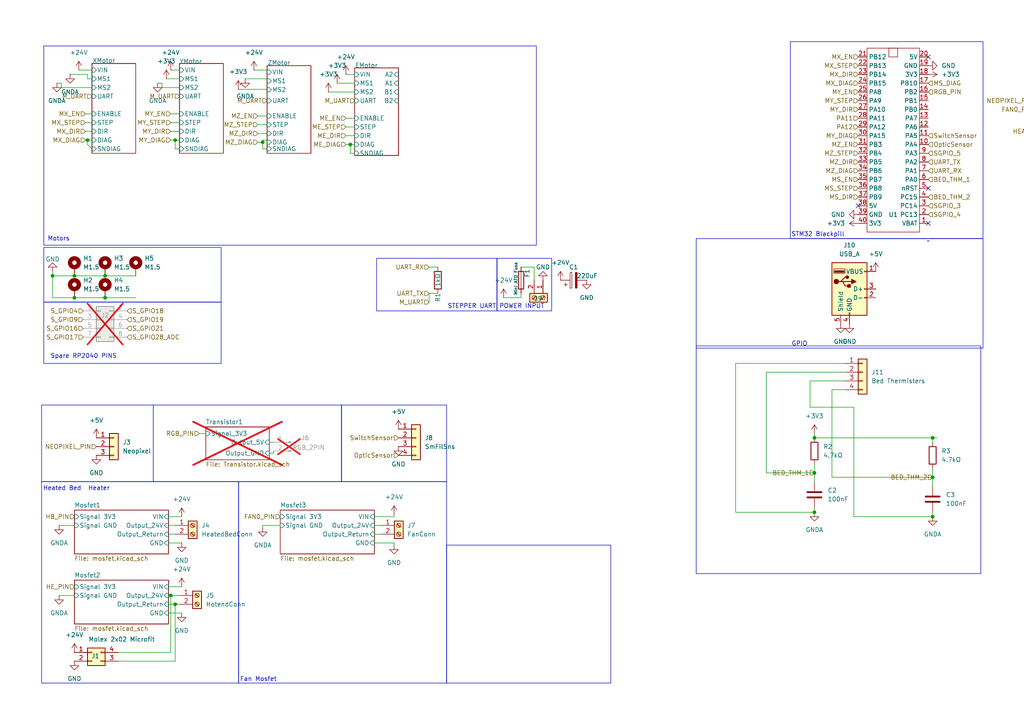
<source format=kicad_sch>
(kicad_sch (version 20250114) (generator "eeschema") (generator_version "9.0")
  (paper "A4")
  (lib_symbols
    (symbol "+3V3_3" (power) (pin_numbers (hide yes)) (pin_names (offset 0) (hide yes))
      (property "Value" "+3V3" (at 0 3.556 0))
      (symbol "+3V3_3_0_1"
        (polyline (pts (xy -0.762 1.27) (xy 0 2.54)))
        (polyline (pts (xy 0 2.54) (xy 0.762 1.27)))
        (polyline (pts (xy 0 0) (xy 0 2.54)))
      )
      (symbol "+3V3_3_1_1"
        (pin power_in line (at 0 0 90) (length 0) (name "~") (number "1"))
      )
    )
    (symbol "Connector:Conn_01x02_Pin" (pin_names (offset 1.016) (hide yes))
      (property "Reference" "J" (at 0 2.54 0))
      (property "Value" "Conn_01x02_Pin" (at 0 -5.08 0))
      (symbol "Conn_01x02_Pin_1_1"
        (rectangle (start 0.8636 0.127) (end 0 -0.127) (stroke (width 0.1524)) (fill (type outline)))
        (rectangle (start 0.8636 -2.413) (end 0 -2.667) (stroke (width 0.1524)) (fill (type outline)))
        (polyline (pts (xy 1.27 0) (xy 0.8636 0)) (stroke (width 0.1524)))
        (polyline (pts (xy 1.27 -2.54) (xy 0.8636 -2.54)) (stroke (width 0.1524)))
        (pin passive line (at 5.08 0 180) (length 3.81) (name "Pin_1") (number "1"))
        (pin passive line (at 5.08 -2.54 180) (length 3.81) (name "Pin_2") (number "2"))
      )
    )
    (symbol "Connector:Screw_Terminal_01x02" (pin_names (offset 1.016) (hide yes))
      (property "Reference" "J" (at 0 2.54 0))
      (property "Value" "Screw_Terminal_01x02" (at 0 -5.08 0))
      (symbol "Screw_Terminal_01x02_1_1"
        (rectangle (start -1.27 1.27) (end 1.27 -3.81) (stroke (width 0.254)) (fill (type background)))
        (polyline (pts (xy -0.5334 0.3302) (xy 0.3302 -0.508)) (stroke (width 0.1524)))
        (polyline (pts (xy -0.5334 -2.2098) (xy 0.3302 -3.048)) (stroke (width 0.1524)))
        (polyline (pts (xy -0.3556 0.508) (xy 0.508 -0.3302)) (stroke (width 0.1524)))
        (polyline (pts (xy -0.3556 -2.032) (xy 0.508 -2.8702)) (stroke (width 0.1524)))
        (circle (center 0 0) (radius 0.635) (stroke (width 0.1524)))
        (circle (center 0 -2.54) (radius 0.635) (stroke (width 0.1524)))
        (pin passive line (at -5.08 0 0) (length 3.81) (name "Pin_1") (number "1"))
        (pin passive line (at -5.08 -2.54 0) (length 3.81) (name "Pin_2") (number "2"))
      )
    )
    (symbol "Connector:USB_A" (pin_names (offset 1.016))
      (property "Reference" "J" (at -5.08 11.43 0))
      (property "Value" "USB_A" (at -5.08 8.89 0))
      (symbol "USB_A_0_1"
        (rectangle (start -5.08 -7.62) (end 5.08 7.62) (stroke (width 0.254)) (fill (type background)))
        (circle (center -3.81 2.159) (radius 0.635) (stroke (width 0.254)) (fill (type outline)))
        (polyline (pts (xy -3.175 2.159) (xy -2.54 2.159) (xy -1.27 3.429) (xy -0.635 3.429)) (stroke (width 0.254)))
        (polyline (pts (xy -2.54 2.159) (xy -1.905 2.159) (xy -1.27 0.889) (xy 0 0.889)) (stroke (width 0.254)))
        (rectangle (start -1.524 4.826) (end -4.318 5.334) (fill (type outline)))
        (rectangle (start -1.27 4.572) (end -4.572 5.842))
        (circle (center -0.635 3.429) (radius 0.381) (stroke (width 0.254)) (fill (type outline)))
        (rectangle (start -0.127 -7.62) (end 0.127 -6.858))
        (rectangle (start 0.254 1.27) (end -0.508 0.508) (stroke (width 0.254)) (fill (type outline)))
        (polyline (pts (xy 0.635 2.794) (xy 0.635 1.524) (xy 1.905 2.159) (xy 0.635 2.794)) (stroke (width 0.254)) (fill (type outline)))
        (rectangle (start 5.08 4.953) (end 4.318 5.207))
        (rectangle (start 5.08 -0.127) (end 4.318 0.127))
        (rectangle (start 5.08 -2.667) (end 4.318 -2.413))
      )
      (symbol "USB_A_1_1"
        (polyline (pts (xy -1.905 2.159) (xy 0.635 2.159)) (stroke (width 0.254)))
        (pin passive line (at -2.54 -10.16 90) (length 2.54) (name "Shield") (number "5"))
        (pin power_in line (at 0 -10.16 90) (length 2.54) (name "GND") (number "4"))
        (pin power_in line (at 7.62 5.08 180) (length 2.54) (name "VBUS") (number "1"))
        (pin bidirectional line (at 7.62 0 180) (length 2.54) (name "D+") (number "3"))
        (pin bidirectional line (at 7.62 -2.54 180) (length 2.54) (name "D-") (number "2"))
      )
    )
    (symbol "Connector_Generic:Conn_01x03" (pin_names (offset 1.016) (hide yes))
      (property "Reference" "J" (at 0 5.08 0))
      (property "Value" "Conn_01x03" (at 0 -5.08 0))
      (symbol "Conn_01x03_1_1"
        (rectangle (start -1.27 3.81) (end 1.27 -3.81) (stroke (width 0.254)) (fill (type background)))
        (rectangle (start -1.27 2.667) (end 0 2.413) (stroke (width 0.1524)))
        (rectangle (start -1.27 0.127) (end 0 -0.127) (stroke (width 0.1524)))
        (rectangle (start -1.27 -2.413) (end 0 -2.667) (stroke (width 0.1524)))
        (pin passive line (at -5.08 2.54 0) (length 3.81) (name "Pin_1") (number "1"))
        (pin passive line (at -5.08 0 0) (length 3.81) (name "Pin_2") (number "2"))
        (pin passive line (at -5.08 -2.54 0) (length 3.81) (name "Pin_3") (number "3"))
      )
    )
    (symbol "Connector_Generic:Conn_01x04" (pin_names (offset 1.016) (hide yes))
      (property "Reference" "J" (at 0 5.08 0))
      (property "Value" "Conn_01x04" (at 0 -7.62 0))
      (symbol "Conn_01x04_1_1"
        (rectangle (start -1.27 3.81) (end 1.27 -6.35) (stroke (width 0.254)) (fill (type background)))
        (rectangle (start -1.27 2.667) (end 0 2.413) (stroke (width 0.1524)))
        (rectangle (start -1.27 0.127) (end 0 -0.127) (stroke (width 0.1524)))
        (rectangle (start -1.27 -2.413) (end 0 -2.667) (stroke (width 0.1524)))
        (rectangle (start -1.27 -4.953) (end 0 -5.207) (stroke (width 0.1524)))
        (pin passive line (at -5.08 2.54 0) (length 3.81) (name "Pin_1") (number "1"))
        (pin passive line (at -5.08 0 0) (length 3.81) (name "Pin_2") (number "2"))
        (pin passive line (at -5.08 -2.54 0) (length 3.81) (name "Pin_3") (number "3"))
        (pin passive line (at -5.08 -5.08 0) (length 3.81) (name "Pin_4") (number "4"))
      )
    )
    (symbol "Connector_Generic:Conn_02x02_Counter_Clockwise" (pin_names (offset 1.016) (hide yes))
      (property "Reference" "J" (at 1.27 2.54 0))
      (property "Value" "Conn_02x02_Counter_Clockwise" (at 1.27 -5.08 0))
      (symbol "Conn_02x02_Counter_Clockwise_1_1"
        (rectangle (start -1.27 1.27) (end 3.81 -3.81) (stroke (width 0.254)) (fill (type background)))
        (rectangle (start -1.27 0.127) (end 0 -0.127) (stroke (width 0.1524)))
        (rectangle (start -1.27 -2.413) (end 0 -2.667) (stroke (width 0.1524)))
        (rectangle (start 3.81 0.127) (end 2.54 -0.127) (stroke (width 0.1524)))
        (rectangle (start 3.81 -2.413) (end 2.54 -2.667) (stroke (width 0.1524)))
        (pin passive line (at -5.08 0 0) (length 3.81) (name "Pin_1") (number "1"))
        (pin passive line (at -5.08 -2.54 0) (length 3.81) (name "Pin_2") (number "2"))
        (pin passive line (at 7.62 0 180) (length 3.81) (name "Pin_4") (number "4"))
        (pin passive line (at 7.62 -2.54 180) (length 3.81) (name "Pin_3") (number "3"))
      )
    )
    (symbol "Connector_Generic:Conn_02x04_Odd_Even" (pin_names (offset 1.016) (hide yes))
      (property "Reference" "J" (at 1.27 5.08 0))
      (property "Value" "Conn_02x04_Odd_Even" (at 1.27 -7.62 0))
      (symbol "Conn_02x04_Odd_Even_1_1"
        (rectangle (start -1.27 3.81) (end 3.81 -6.35) (stroke (width 0.254)) (fill (type background)))
        (rectangle (start -1.27 2.667) (end 0 2.413) (stroke (width 0.1524)))
        (rectangle (start -1.27 0.127) (end 0 -0.127) (stroke (width 0.1524)))
        (rectangle (start -1.27 -2.413) (end 0 -2.667) (stroke (width 0.1524)))
        (rectangle (start -1.27 -4.953) (end 0 -5.207) (stroke (width 0.1524)))
        (rectangle (start 3.81 2.667) (end 2.54 2.413) (stroke (width 0.1524)))
        (rectangle (start 3.81 0.127) (end 2.54 -0.127) (stroke (width 0.1524)))
        (rectangle (start 3.81 -2.413) (end 2.54 -2.667) (stroke (width 0.1524)))
        (rectangle (start 3.81 -4.953) (end 2.54 -5.207) (stroke (width 0.1524)))
        (pin passive line (at -5.08 2.54 0) (length 3.81) (name "Pin_1") (number "1"))
        (pin passive line (at -5.08 0 0) (length 3.81) (name "Pin_3") (number "3"))
        (pin passive line (at -5.08 -2.54 0) (length 3.81) (name "Pin_5") (number "5"))
        (pin passive line (at -5.08 -5.08 0) (length 3.81) (name "Pin_7") (number "7"))
        (pin passive line (at 7.62 2.54 180) (length 3.81) (name "Pin_2") (number "2"))
        (pin passive line (at 7.62 0 180) (length 3.81) (name "Pin_4") (number "4"))
        (pin passive line (at 7.62 -2.54 180) (length 3.81) (name "Pin_6") (number "6"))
        (pin passive line (at 7.62 -5.08 180) (length 3.81) (name "Pin_8") (number "8"))
      )
    )
    (symbol "CustomSymbols:STM32F401_Black_Pill"
      (property "Reference" "U" (at 8.89 -20.32 0))
      (symbol "STM32F401_Black_Pill_0_1"
        (rectangle (start 2.54 -2.54) (end 17.78 -55.88))
      )
      (symbol "STM32F401_Black_Pill_1_1"
        (rectangle (start 8.89 -53.34) (end 11.43 -55.88))
        (pin input line (at 0 -5.08 0) (length 2.54) (name "VBAT") (number "1"))
        (pin input line (at 0 -7.62 0) (length 2.54) (name "PC13") (number "2"))
        (pin input line (at 0 -10.16 0) (length 2.54) (name "PC14") (number "3"))
        (pin input line (at 0 -12.7 0) (length 2.54) (name "PC15") (number "4"))
        (pin input line (at 0 -15.24 0) (length 2.54) (name "nRST") (number "5"))
        (pin input line (at 0 -17.78 0) (length 2.54) (name "PA0") (number "6"))
        (pin input line (at 0 -20.32 0) (length 2.54) (name "PA1") (number "7"))
        (pin input line (at 0 -22.86 0) (length 2.54) (name "PA2") (number "8"))
        (pin input line (at 0 -25.4 0) (length 2.54) (name "PA3") (number "9"))
        (pin input line (at 0 -27.94 0) (length 2.54) (name "PA4") (number "10"))
        (pin input line (at 0 -30.48 0) (length 2.54) (name "PA5") (number "11"))
        (pin input line (at 0 -33.02 0) (length 2.54) (name "PA6") (number "12"))
        (pin input line (at 0 -35.56 0) (length 2.54) (name "PA7") (number "13"))
        (pin input line (at 0 -38.1 0) (length 2.54) (name "PB0") (number "14"))
        (pin input line (at 0 -40.64 0) (length 2.54) (name "PB1") (number "15"))
        (pin input line (at 0 -43.18 0) (length 2.54) (name "PB2") (number "16"))
        (pin input line (at 0 -45.72 0) (length 2.54) (name "PB10") (number "17"))
        (pin input line (at 0 -48.26 0) (length 2.54) (name "3V3") (number "18"))
        (pin input line (at 0 -50.8 0) (length 2.54) (name "GND") (number "19"))
        (pin input line (at 0 -53.34 0) (length 2.54) (name "5V") (number "20"))
        (pin input line (at 20.32 -5.08 180) (length 2.54) (name "3V3") (number "40"))
        (pin input line (at 20.32 -7.62 180) (length 2.54) (name "GND") (number "39"))
        (pin input line (at 20.32 -10.16 180) (length 2.54) (name "5V") (number "38"))
        (pin input line (at 20.32 -12.7 180) (length 2.54) (name "PB9") (number "37"))
        (pin input line (at 20.32 -15.24 180) (length 2.54) (name "PB8") (number "36"))
        (pin input line (at 20.32 -17.78 180) (length 2.54) (name "PB7") (number "35"))
        (pin input line (at 20.32 -20.32 180) (length 2.54) (name "PB6") (number "34"))
        (pin input line (at 20.32 -22.86 180) (length 2.54) (name "PB5") (number "33"))
        (pin input line (at 20.32 -25.4 180) (length 2.54) (name "PB4") (number "32"))
        (pin input line (at 20.32 -27.94 180) (length 2.54) (name "PB3") (number "31"))
        (pin input line (at 20.32 -30.48 180) (length 2.54) (name "PA15") (number "30"))
        (pin input line (at 20.32 -33.02 180) (length 2.54) (name "PA12") (number "29"))
        (pin input line (at 20.32 -35.56 180) (length 2.54) (name "PA11") (number "28"))
        (pin input line (at 20.32 -38.1 180) (length 2.54) (name "PA10") (number "27"))
        (pin input line (at 20.32 -40.64 180) (length 2.54) (name "PA9") (number "26"))
        (pin input line (at 20.32 -43.18 180) (length 2.54) (name "PA8") (number "25"))
        (pin input line (at 20.32 -45.72 180) (length 2.54) (name "PB15") (number "24"))
        (pin input line (at 20.32 -48.26 180) (length 2.54) (name "PB14") (number "23"))
        (pin input line (at 20.32 -50.8 180) (length 2.54) (name "PB13") (number "22"))
        (pin input line (at 20.32 -53.34 180) (length 2.54) (name "PB12") (number "21"))
      )
    )
    (symbol "Device:C" (pin_numbers (hide yes)) (pin_names (offset 0.254))
      (property "Reference" "C" (at 0.635 2.54 0))
      (property "Value" "C" (at 0.635 -2.54 0))
      (symbol "C_0_1"
        (polyline (pts (xy -2.032 0.762) (xy 2.032 0.762)) (stroke (width 0.508)))
        (polyline (pts (xy -2.032 -0.762) (xy 2.032 -0.762)) (stroke (width 0.508)))
      )
      (symbol "C_1_1"
        (pin passive line (at 0 3.81 270) (length 2.794) (name "~") (number "1"))
        (pin passive line (at 0 -3.81 90) (length 2.794) (name "~") (number "2"))
      )
    )
    (symbol "Device:C_Polarized" (pin_numbers (hide yes)) (pin_names (offset 0.254))
      (property "Reference" "C" (at 0.635 2.54 0))
      (property "Value" "C_Polarized" (at 0.635 -2.54 0))
      (symbol "C_Polarized_0_1"
        (rectangle (start -2.286 0.508) (end 2.286 1.016))
        (polyline (pts (xy -1.778 2.286) (xy -0.762 2.286)))
        (polyline (pts (xy -1.27 2.794) (xy -1.27 1.778)))
        (rectangle (start 2.286 -0.508) (end -2.286 -1.016) (fill (type outline)))
      )
      (symbol "C_Polarized_1_1"
        (pin passive line (at 0 3.81 270) (length 2.794) (name "~") (number "1"))
        (pin passive line (at 0 -3.81 90) (length 2.794) (name "~") (number "2"))
      )
    )
    (symbol "Device:Fuse" (pin_numbers (hide yes)) (pin_names (offset 0))
      (property "Reference" "F" (at 2.032 0 90))
      (property "Value" "Fuse" (at -1.905 0 90))
      (symbol "Fuse_0_1"
        (rectangle (start -0.762 -2.54) (end 0.762 2.54) (stroke (width 0.254)))
        (polyline (pts (xy 0 2.54) (xy 0 -2.54)))
      )
      (symbol "Fuse_1_1"
        (pin passive line (at 0 3.81 270) (length 1.27) (name "~") (number "1"))
        (pin passive line (at 0 -3.81 90) (length 1.27) (name "~") (number "2"))
      )
    )
    (symbol "Device:R" (pin_numbers (hide yes)) (pin_names (offset 0))
      (property "Reference" "R" (at 2.032 0 90))
      (property "Value" "R" (at 0 0 90))
      (symbol "R_0_1"
        (rectangle (start -1.016 -2.54) (end 1.016 2.54) (stroke (width 0.254)))
      )
      (symbol "R_1_1"
        (pin passive line (at 0 3.81 270) (length 1.27) (name "~") (number "1"))
        (pin passive line (at 0 -3.81 90) (length 1.27) (name "~") (number "2"))
      )
    )
    (symbol "GND_10" (power) (pin_numbers (hide yes)) (pin_names (offset 0) (hide yes))
      (property "Value" "GND" (at 0 -3.81 0))
      (symbol "GND_10_0_1"
        (polyline (pts (xy 0 0) (xy 0 -1.27) (xy 1.27 -1.27) (xy 0 -2.54) (xy -1.27 -1.27) (xy 0 -1.27)))
      )
      (symbol "GND_10_1_1"
        (pin power_in line (at 0 0 270) (length 0) (name "~") (number "1"))
      )
    )
    (symbol "GND_11" (power) (pin_numbers (hide yes)) (pin_names (offset 0) (hide yes))
      (property "Value" "GND" (at 0 -3.81 0))
      (symbol "GND_11_0_1"
        (polyline (pts (xy 0 0) (xy 0 -1.27) (xy 1.27 -1.27) (xy 0 -2.54) (xy -1.27 -1.27) (xy 0 -1.27)))
      )
      (symbol "GND_11_1_1"
        (pin power_in line (at 0 0 270) (length 0) (name "~") (number "1"))
      )
    )
    (symbol "GND_2" (power) (pin_numbers (hide yes)) (pin_names (offset 0) (hide yes))
      (property "Value" "GND" (at 0 -3.81 0))
      (symbol "GND_2_0_1"
        (polyline (pts (xy 0 0) (xy 0 -1.27) (xy 1.27 -1.27) (xy 0 -2.54) (xy -1.27 -1.27) (xy 0 -1.27)))
      )
      (symbol "GND_2_1_1"
        (pin power_in line (at 0 0 270) (length 0) (name "~") (number "1"))
      )
    )
    (symbol "GND_3" (power) (pin_numbers (hide yes)) (pin_names (offset 0) (hide yes))
      (property "Value" "GND" (at 0 -3.81 0))
      (symbol "GND_3_0_1"
        (polyline (pts (xy 0 0) (xy 0 -1.27) (xy 1.27 -1.27) (xy 0 -2.54) (xy -1.27 -1.27) (xy 0 -1.27)))
      )
      (symbol "GND_3_1_1"
        (pin power_in line (at 0 0 270) (length 0) (name "~") (number "1"))
      )
    )
    (symbol "GND_4" (power) (pin_numbers (hide yes)) (pin_names (offset 0) (hide yes))
      (property "Value" "GND" (at 0 -3.81 0))
      (symbol "GND_4_0_1"
        (polyline (pts (xy 0 0) (xy 0 -1.27) (xy 1.27 -1.27) (xy 0 -2.54) (xy -1.27 -1.27) (xy 0 -1.27)))
      )
      (symbol "GND_4_1_1"
        (pin power_in line (at 0 0 270) (length 0) (name "~") (number "1"))
      )
    )
    (symbol "GND_5" (power) (pin_numbers (hide yes)) (pin_names (offset 0) (hide yes))
      (property "Value" "GND" (at 0 -3.81 0))
      (symbol "GND_5_0_1"
        (polyline (pts (xy 0 0) (xy 0 -1.27) (xy 1.27 -1.27) (xy 0 -2.54) (xy -1.27 -1.27) (xy 0 -1.27)))
      )
      (symbol "GND_5_1_1"
        (pin power_in line (at 0 0 270) (length 0) (name "~") (number "1"))
      )
    )
    (symbol "GND_8" (power) (pin_numbers (hide yes)) (pin_names (offset 0) (hide yes))
      (property "Value" "GND" (at 0 -3.81 0))
      (symbol "GND_8_0_1"
        (polyline (pts (xy 0 0) (xy 0 -1.27) (xy 1.27 -1.27) (xy 0 -2.54) (xy -1.27 -1.27) (xy 0 -1.27)))
      )
      (symbol "GND_8_1_1"
        (pin power_in line (at 0 0 270) (length 0) (name "~") (number "1"))
      )
    )
    (symbol "GND_9" (power) (pin_numbers (hide yes)) (pin_names (offset 0) (hide yes))
      (property "Value" "GND" (at 0 -3.81 0))
      (symbol "GND_9_0_1"
        (polyline (pts (xy 0 0) (xy 0 -1.27) (xy 1.27 -1.27) (xy 0 -2.54) (xy -1.27 -1.27) (xy 0 -1.27)))
      )
      (symbol "GND_9_1_1"
        (pin power_in line (at 0 0 270) (length 0) (name "~") (number "1"))
      )
    )
    (symbol "MountingHole_Pad_1" (pin_numbers (hide yes)) (pin_names (offset 1.016) (hide yes)) (exclude_from_sim yes) (in_bom no)
      (property "Reference" "H" (at 0 6.35 0))
      (property "Value" "MountingHole_Pad" (at 0 4.445 0))
      (symbol "MountingHole_Pad_1_0_1"
        (circle (center 0 1.27) (radius 1.27) (stroke (width 1.27)))
      )
      (symbol "MountingHole_Pad_1_1_1"
        (pin input line (at 0 -2.54 90) (length 2.54) (name "1") (number "1"))
      )
    )
    (symbol "power:+24V" (power) (pin_numbers (hide yes)) (pin_names (offset 0) (hide yes))
      (property "Value" "+24V" (at 0 3.556 0))
      (symbol "+24V_0_1"
        (polyline (pts (xy -0.762 1.27) (xy 0 2.54)))
        (polyline (pts (xy 0 2.54) (xy 0.762 1.27)))
        (polyline (pts (xy 0 0) (xy 0 2.54)))
      )
      (symbol "+24V_1_1"
        (pin power_in line (at 0 0 90) (length 0) (name "~") (number "1"))
      )
    )
    (symbol "power:+3V3" (power) (pin_names (offset 0))
      (property "Value" "+3V3" (at 0 3.556 0))
      (symbol "+3V3_0_1"
        (polyline (pts (xy -0.762 1.27) (xy 0 2.54)))
        (polyline (pts (xy 0 2.54) (xy 0.762 1.27)))
        (polyline (pts (xy 0 0) (xy 0 2.54)))
      )
      (symbol "+3V3_1_1"
        (pin power_in line (at 0 0 90) (length 0) (hide yes) (name "+3V3") (number "1"))
      )
    )
    (symbol "power:+5V" (power) (pin_numbers (hide yes)) (pin_names (offset 0) (hide yes))
      (property "Value" "+5V" (at 0 3.556 0))
      (symbol "+5V_0_1"
        (polyline (pts (xy -0.762 1.27) (xy 0 2.54)))
        (polyline (pts (xy 0 2.54) (xy 0.762 1.27)))
        (polyline (pts (xy 0 0) (xy 0 2.54)))
      )
      (symbol "+5V_1_1"
        (pin power_in line (at 0 0 90) (length 0) (name "~") (number "1"))
      )
    )
    (symbol "power:GND" (power) (pin_names (offset 0))
      (property "Value" "GND" (at 0 -3.81 0))
      (symbol "GND_0_1"
        (polyline (pts (xy 0 0) (xy 0 -1.27) (xy 1.27 -1.27) (xy 0 -2.54) (xy -1.27 -1.27) (xy 0 -1.27)))
      )
      (symbol "GND_1_1"
        (pin power_in line (at 0 0 270) (length 0) (hide yes) (name "GND") (number "1"))
      )
    )
    (symbol "power:GNDA" (power) (pin_numbers (hide yes)) (pin_names (offset 0) (hide yes))
      (property "Value" "GNDA" (at 0 -3.81 0))
      (symbol "GNDA_0_1"
        (polyline (pts (xy 0 0) (xy 0 -1.27) (xy 1.27 -1.27) (xy 0 -2.54) (xy -1.27 -1.27) (xy 0 -1.27)))
      )
      (symbol "GNDA_1_1"
        (pin power_in line (at 0 0 270) (length 0) (name "~") (number "1"))
      )
    )
  )
  (rectangle (start 229.235 12.065) (end 285.115 69.215))
  (rectangle (start 12.7 71.755) (end 64.135 87.63))
  (rectangle (start 12.7 13.335) (end 155.575 71.12))
  (rectangle (start 12.065 139.7) (end 69.215 198.12))
  (rectangle (start 99.06 117.475) (end 129.54 139.7))
  (rectangle (start 201.93 69.215) (end 285.115 100.965))
  (rectangle (start 201.93 100.33) (end 284.48 166.37))
  (rectangle (start 69.215 139.7) (end 129.54 198.12))
  (rectangle (start 12.065 117.475) (end 44.45 139.7))
  (rectangle (start 144.145 74.93) (end 160.02 90.17))
  (rectangle (start 44.45 117.475) (end 99.06 139.7))
  (rectangle (start 12.7 87.63) (end 64.135 105.41))
  (rectangle (start 109.22 74.93) (end 144.145 90.17))
  (rectangle (start 129.54 158.115) (end 177.165 198.12))
  (text "Heated Bed" (at 18.034 141.732 0) (effects (font (size 1.27 1.27))))
  (text "Spare RP2040 PINS" (at 14.605 104.14 0) (effects (font (size 1.27 1.27)) (justify left bottom)))
  (text "Heater" (at 28.702 141.732 0) (effects (font (size 1.27 1.27))))
  (text "Motors" (at 17.018 69.342 0) (effects (font (size 1.27 1.27))))
  (text "STEPPER UART" (at 129.794 89.662 0) (effects (font (size 1.27 1.27)) (justify left bottom)))
  (text "GPIO" (at 231.902 99.822 0) (effects (font (size 1.27 1.27))))
  (text "STM32 Blackpill" (at 237.236 68.072 0) (effects (font (size 1.27 1.27))))
  (text "Fan Mosfet" (at 74.93 197.104 0) (effects (font (size 1.27 1.27))))
  (text "POWER INPUT" (at 144.78 89.662 0) (effects (font (size 1.27 1.27)) (justify left bottom)))
  (junction (at 25.4 40.64))
  (junction (at 21.59 86.36))
  (junction (at 236.22 127))
  (junction (at 270.51 127))
  (junction (at 30.48 86.36))
  (junction (at 270.51 149.86))
  (junction (at 50.8 175.26))
  (junction (at 76.2 41.2565))
  (junction (at 21.59 80.01))
  (junction (at 30.48 80.01))
  (junction (at 270.51 138.43))
  (junction (at 236.22 137.16))
  (junction (at 15.24 80.01))
  (junction (at 49.53 172.72))
  (junction (at 50.8 40.64))
  (junction (at 236.22 148.59))
  (junction (at 101.6 41.91))
  (no_connect (at 269.24 64.77))
  (no_connect (at 269.24 16.51))
  (no_connect (at 269.24 54.61))
  (no_connect (at 248.92 59.69))
  (wire (pts (xy 124.46 87.63) (xy 124.46 85.09)))
  (wire (pts (xy 15.24 80.01) (xy 15.24 86.36)))
  (wire (pts (xy 74.7686 33.6365) (xy 77.47 33.6365)))
  (wire (pts (xy 50.8 40.64) (xy 50.8 43.18)))
  (wire (pts (xy 30.48 80.01) (xy 39.37 80.01)))
  (wire (pts (xy 110.574 154.94) (xy 110.574 154.9394)))
  (wire (pts (xy 48.895 175.26) (xy 50.8 175.26)))
  (wire (pts (xy 21.59 80.01) (xy 30.48 80.01)))
  (wire (pts (xy 48.895 149.86) (xy 52.705 149.86)))
  (wire (pts (xy 114.3 149.86) (xy 114.3 149.225)))
  (wire (pts (xy 101.6 41.91) (xy 102.87 41.91)))
  (wire (pts (xy 24.765 35.56) (xy 26.67 35.56)))
  (wire (pts (xy 76.2 41.2565) (xy 76.2 43.18)))
  (wire (pts (xy 247.65 118.11) (xy 234.95 118.11)))
  (wire (pts (xy 154.94 77.47) (xy 154.94 81.28)))
  (wire (pts (xy 247.65 149.86) (xy 247.65 118.11)))
  (wire (pts (xy 25.4 21.59) (xy 25.4 22.86)))
  (wire (pts (xy 48.895 154.94) (xy 50.8 154.94)))
  (wire (pts (xy 50.8 175.26) (xy 52.07 175.26)))
  (wire (pts (xy 124.46 85.09) (xy 127 85.09)))
  (wire (pts (xy 74.7686 38.7165) (xy 77.47 38.7165)))
  (wire (pts (xy 71.12 22.86) (xy 77.47 22.86)))
  (wire (pts (xy 77.47 22.86) (xy 77.47 23.4744)))
  (wire (pts (xy 76.2 41.2565) (xy 76.2 40.64)))
  (wire (pts (xy 25.4 41.91) (xy 26.67 43.18)))
  (wire (pts (xy 108.585 154.94) (xy 110.574 154.94)))
  (wire (pts (xy 17.78 24.13) (xy 17.78 25.4)))
  (wire (pts (xy 236.22 127) (xy 270.51 127)))
  (wire (pts (xy 76.2 43.18) (xy 77.47 43.18)))
  (wire (pts (xy 57.785 125.73) (xy 59.69 125.73)))
  (wire (pts (xy 236.22 125.73) (xy 236.22 127)))
  (wire (pts (xy 24.765 38.1) (xy 26.67 38.1)))
  (wire (pts (xy 69.1004 25.9118) (xy 77.47 25.9118)))
  (wire (pts (xy 100.33 34.29) (xy 102.87 34.29)))
  (wire (pts (xy 247.65 149.86) (xy 270.51 149.86)))
  (wire (pts (xy 77.47 36.1765) (xy 77.47 36.1744)))
  (wire (pts (xy 49.53 35.56) (xy 52.07 35.56)))
  (wire (pts (xy 17.145 152.4) (xy 21.59 152.4)))
  (wire (pts (xy 108.585 152.4) (xy 110.574 152.4)))
  (wire (pts (xy 236.22 137.16) (xy 222.25 137.16)))
  (wire (pts (xy 213.36 148.59) (xy 213.36 105.41)))
  (wire (pts (xy 100.33 36.83) (xy 102.87 36.83)))
  (wire (pts (xy 48.895 152.4) (xy 50.8 152.4)))
  (wire (pts (xy 50.8 191.77) (xy 50.8 175.26)))
  (wire (pts (xy 108.585 149.86) (xy 114.3 149.86)))
  (wire (pts (xy 22.86 20.32) (xy 26.67 20.32)))
  (wire (pts (xy 76.2 40.64) (xy 77.47 40.64)))
  (wire (pts (xy 101.6 44.45) (xy 102.87 44.45)))
  (wire (pts (xy 241.3 113.03) (xy 245.11 113.03)))
  (wire (pts (xy 74.7686 41.2565) (xy 76.2 41.2565)))
  (wire (pts (xy 34.29 189.23) (xy 49.53 189.23)))
  (wire (pts (xy 236.22 134.62) (xy 236.22 137.16)))
  (wire (pts (xy 48.895 170.18) (xy 52.705 170.18)))
  (wire (pts (xy 77.47 20.32) (xy 77.47 20.9344)))
  (wire (pts (xy 48.26 22.86) (xy 52.07 22.86)))
  (wire (pts (xy 146.05 86.36) (xy 151.13 86.36)))
  (wire (pts (xy 50.8 43.18) (xy 52.07 43.18)))
  (wire (pts (xy 213.36 105.41) (xy 245.11 105.41)))
  (wire (pts (xy 151.13 77.47) (xy 154.94 77.47)))
  (wire (pts (xy 95.25 26.67) (xy 102.87 26.67)))
  (wire (pts (xy 49.53 33.02) (xy 52.07 33.02)))
  (wire (pts (xy 236.22 147.32) (xy 236.22 148.59)))
  (wire (pts (xy 17.145 172.72) (xy 21.59 172.72)))
  (wire (pts (xy 49.53 38.1) (xy 52.07 38.1)))
  (wire (pts (xy 270.51 138.43) (xy 270.51 140.97)))
  (wire (pts (xy 78.105 128.27) (xy 79.375 128.27)))
  (wire (pts (xy 25.4 40.64) (xy 26.67 40.64)))
  (wire (pts (xy 213.36 148.59) (xy 236.22 148.59)))
  (wire (pts (xy 30.48 86.36) (xy 39.37 86.36)))
  (wire (pts (xy 48.895 177.8) (xy 52.705 177.8)))
  (wire (pts (xy 49.53 172.72) (xy 52.07 172.72)))
  (wire (pts (xy 271.78 127) (xy 270.51 127)))
  (wire (pts (xy 48.895 172.72) (xy 49.53 172.72)))
  (wire (pts (xy 49.53 189.23) (xy 49.53 172.72)))
  (wire (pts (xy 46.99 25.4) (xy 52.07 25.4)))
  (wire (pts (xy 77.47 43.18) (xy 77.47 43.1594)))
  (wire (pts (xy 49.53 40.64) (xy 50.8 40.64)))
  (wire (pts (xy 25.4 22.86) (xy 26.67 22.86)))
  (wire (pts (xy 79.375 131.445) (xy 79.375 130.81)))
  (wire (pts (xy 50.8 40.64) (xy 52.07 40.64)))
  (wire (pts (xy 270.51 148.59) (xy 270.51 149.86)))
  (wire (pts (xy 101.6 41.91) (xy 101.6 44.45)))
  (wire (pts (xy 124.46 77.47) (xy 127 77.47)))
  (wire (pts (xy 151.13 85.09) (xy 151.13 86.36)))
  (wire (pts (xy 270.51 127) (xy 270.51 128.27)))
  (wire (pts (xy 222.25 137.16) (xy 222.25 107.95)))
  (wire (pts (xy 77.47 25.9118) (xy 77.47 26.0144)))
  (wire (pts (xy 73.66 20.32) (xy 77.47 20.32)))
  (wire (pts (xy 241.3 138.43) (xy 241.3 113.03)))
  (wire (pts (xy 76.2 152.4) (xy 76.2 153.035)))
  (wire (pts (xy 100.33 39.37) (xy 102.87 39.37)))
  (wire (pts (xy 45.72 24.13) (xy 46.99 24.13)))
  (wire (pts (xy 15.24 78.74) (xy 15.24 80.01)))
  (wire (pts (xy 24.765 33.02) (xy 26.67 33.02)))
  (wire (pts (xy 236.22 137.16) (xy 236.22 139.7)))
  (wire (pts (xy 34.29 191.77) (xy 50.8 191.77)))
  (wire (pts (xy 15.24 80.01) (xy 21.59 80.01)))
  (wire (pts (xy 74.7686 36.1765) (xy 77.47 36.1765)))
  (wire (pts (xy 100.33 21.59) (xy 102.87 21.59)))
  (wire (pts (xy 49.53 20.32) (xy 52.07 20.32)))
  (wire (pts (xy 270.51 135.89) (xy 270.51 138.43)))
  (wire (pts (xy 20.32 21.59) (xy 25.4 21.59)))
  (wire (pts (xy 234.95 118.11) (xy 234.95 110.49)))
  (wire (pts (xy 100.33 41.91) (xy 101.6 41.91)))
  (wire (pts (xy 270.51 138.43) (xy 241.3 138.43)))
  (wire (pts (xy 97.79 24.13) (xy 102.87 24.13)))
  (wire (pts (xy 222.25 107.95) (xy 245.11 107.95)))
  (wire (pts (xy 16.51 24.13) (xy 17.78 24.13)))
  (wire (pts (xy 48.895 157.48) (xy 52.705 157.48)))
  (wire (pts (xy 46.99 24.13) (xy 46.99 25.4)))
  (wire (pts (xy 24.765 40.64) (xy 25.4 40.64)))
  (wire (pts (xy 17.78 25.4) (xy 26.67 25.4)))
  (wire (pts (xy 110.574 152.4) (xy 110.574 152.3994)))
  (wire (pts (xy 21.59 86.36) (xy 30.48 86.36)))
  (wire (pts (xy 114.3 157.48) (xy 114.3 158.115)))
  (wire (pts (xy 25.4 40.64) (xy 25.4 41.91)))
  (wire (pts (xy 15.24 86.36) (xy 21.59 86.36)))
  (wire (pts (xy 77.47 38.7165) (xy 77.47 38.7144)))
  (wire (pts (xy 77.47 40.64) (xy 77.47 41.2544)))
  (wire (pts (xy 81.28 152.4) (xy 76.2 152.4)))
  (wire (pts (xy 79.375 131.445) (xy 78.105 131.445)))
  (wire (pts (xy 108.585 157.48) (xy 114.3 157.48)))
  (wire (pts (xy 77.47 33.6365) (xy 77.47 33.6344)))
  (wire (pts (xy 234.95 110.49) (xy 245.11 110.49)))
  (hierarchical_label "MZ_DIAG" (shape input) (at 74.7686 41.2565 180))
  (hierarchical_label "S_GPIO17" (shape input) (at 24.13 97.79 180))
  (hierarchical_label "MY_STEP" (shape input) (at 49.53 35.56 180))
  (hierarchical_label "OpticSensor" (shape input) (at 269.24 41.91 0))
  (hierarchical_label "MZ_STEP" (shape input) (at 74.7686 36.1765 180))
  (hierarchical_label "PA11" (shape input) (at 248.92 34.29 180))
  (hierarchical_label "MZ_DIR" (shape input) (at 74.7686 38.7165 180))
  (hierarchical_label "MZ_DIR" (shape input) (at 248.92 46.99 180))
  (hierarchical_label "MZ_EN" (shape input) (at 248.92 41.91 180))
  (hierarchical_label "S_GPIO28_ADC" (shape input) (at 36.83 97.79 0))
  (hierarchical_label "HEATER_PIN" (shape input) (at 311.15 35.56 180))
  (hierarchical_label "MZ_EN" (shape input) (at 74.7686 33.6365 180))
  (hierarchical_label "UART_RX" (shape input) (at 269.24 49.53 0))
  (hierarchical_label "S_GPIO16" (shape input) (at 24.13 95.25 180))
  (hierarchical_label "M_UART" (shape input) (at 52.07 27.94 180))
  (hierarchical_label "UART_TX" (shape input) (at 124.46 85.09 180))
  (hierarchical_label "FAN0_PIN" (shape input) (at 81.28 149.86 180))
  (hierarchical_label "MY_DIAG" (shape input) (at 49.53 40.64 180))
  (hierarchical_label "HE_PIN" (shape input) (at 21.59 170.18 180))
  (hierarchical_label "MX_DIAG" (shape input) (at 24.765 40.64 180))
  (hierarchical_label "M_UART" (shape input) (at 77.47 29.21 180))
  (hierarchical_label "MX_EN" (shape input) (at 248.92 16.51 180))
  (hierarchical_label "S_GPIO19" (shape input) (at 36.83 92.71 0))
  (hierarchical_label "MY_EN" (shape input) (at 248.92 26.67 180))
  (hierarchical_label "M_UART" (shape input) (at 26.67 27.94 180))
  (hierarchical_label "MX_DIR" (shape input) (at 248.92 21.59 180))
  (hierarchical_label "UART_RX" (shape input) (at 124.46 77.47 180))
  (hierarchical_label "MZ_DIAG" (shape input) (at 248.92 49.53 180))
  (hierarchical_label "RGB_PIN" (shape input) (at 269.24 26.67 0))
  (hierarchical_label "ME_DIAG" (shape input) (at 100.33 41.91 180))
  (hierarchical_label "MX_EN" (shape input) (at 24.765 33.02 180))
  (hierarchical_label "ME_DIR" (shape input) (at 100.33 39.37 180))
  (hierarchical_label "SGPIO_5" (shape input) (at 269.24 44.45 0))
  (hierarchical_label "MS_DIR" (shape input) (at 248.92 57.15 180))
  (hierarchical_label "SwitchSensor" (shape input) (at 269.24 39.37 0))
  (hierarchical_label "S_GPIO21" (shape input) (at 36.83 95.25 0))
  (hierarchical_label "MY_EN" (shape input) (at 49.53 33.02 180))
  (hierarchical_label "FAN0_PIN" (shape input) (at 300.99 31.75 180))
  (hierarchical_label "NEOPIXEL_PIN" (shape input) (at 27.94 129.54 180))
  (hierarchical_label "S_GPIO9" (shape input) (at 24.13 92.71 180))
  (hierarchical_label "S_GPIO4" (shape input) (at 24.13 90.17 180))
  (hierarchical_label "SGPIO_3" (shape input) (at 269.24 59.69 0))
  (hierarchical_label "MX_STEP" (shape input) (at 248.92 19.05 180))
  (hierarchical_label "HEATED_BED_PIN" (shape input) (at 311.15 38.1 180))
  (hierarchical_label "MY_DIAG" (shape input) (at 248.92 39.37 180))
  (hierarchical_label "NEOPIXEL_PIN" (shape input) (at 300.99 29.21 180))
  (hierarchical_label "MS_EN" (shape input) (at 248.92 52.07 180))
  (hierarchical_label "MX_DIAG" (shape input) (at 248.92 24.13 180))
  (hierarchical_label "BED_THM_1" (shape input) (at 236.22 137.16 180))
  (hierarchical_label "MS_STEP" (shape input) (at 248.92 54.61 180))
  (hierarchical_label "MY_STEP" (shape input) (at 248.92 29.21 180))
  (hierarchical_label "MX_STEP" (shape input) (at 24.765 35.56 180))
  (hierarchical_label "M_UART" (shape input) (at 124.46 87.63 180))
  (hierarchical_label "ME_STEP" (shape input) (at 100.33 36.83 180))
  (hierarchical_label "RGB_PIN" (shape input) (at 57.785 125.73 180))
  (hierarchical_label "M_UART" (shape input) (at 102.87 29.21 180))
  (hierarchical_label "OpticSensor" (shape input) (at 115.57 132.08 180))
  (hierarchical_label "PA12" (shape input) (at 248.92 36.83 180))
  (hierarchical_label "MX_DIR" (shape input) (at 24.765 38.1 180))
  (hierarchical_label "BED_THM_2" (shape input) (at 270.51 138.43 180))
  (hierarchical_label "MS_DIAG" (shape input) (at 269.24 24.13 0))
  (hierarchical_label "SGPIO_4" (shape input) (at 269.24 62.23 0))
  (hierarchical_label "MY_DIR" (shape input) (at 248.92 31.75 180))
  (hierarchical_label "BED_THM_2" (shape input) (at 269.24 57.15 0))
  (hierarchical_label "SwitchSensor" (shape input) (at 115.57 127 180))
  (hierarchical_label "S_GPIO18" (shape input) (at 36.83 90.17 0))
  (hierarchical_label "HB_PIN" (shape input) (at 21.59 149.86 180))
  (hierarchical_label "MY_DIR" (shape input) (at 49.53 38.1 180))
  (hierarchical_label "MZ_STEP" (shape input) (at 248.92 44.45 180))
  (hierarchical_label "BED_THM_1" (shape input) (at 269.24 52.07 0))
  (hierarchical_label "UART_TX" (shape input) (at 269.24 46.99 0))
  (hierarchical_label "ME_EN" (shape input) (at 100.33 34.29 180))
  (symbol (lib_name "MountingHole_Pad_1") (lib_id "Mechanical:MountingHole_Pad") (at 21.59 77.47 0) (unit 1) (exclude_from_sim yes) (in_bom no)
    (property "Reference" "H1" (at 24.13 74.9299 0) (effects (justify left)))
    (property "Value" "M1.5" (at 24.13 77.4699 0) (effects (justify left)))
    (property "Footprint" "OpenA1K:Mountinghole_m1.5" (effects (hide yes)))
    (property "Description" "Mounting Hole with connection" (effects (hide yes)))
  )
  (symbol (lib_id "power:GND") (at 270.51 149.86 0) (unit 1)
    (property "Reference" "#PWR042" (effects (hide yes)))
    (property "Value" "GNDA" (at 270.51 154.94 0))
    (property "Description" "Power symbol creates a global label with name \"GND\" , ground" (effects (hide yes)))
  )
  (symbol (lib_name "GND_8") (lib_id "power:GND") (at 71.12 22.86 0) (unit 1)
    (property "Reference" "#PWR019" (effects (hide yes)))
    (property "Value" "GNDA" (at 71.12 27.94 0))
    (property "Description" "Power symbol creates a global label with name \"GND\" , ground" (effects (hide yes)))
  )
  (symbol (lib_id "power:GND") (at 269.24 19.05 90) (unit 1)
    (property "Reference" "#PWR040" (effects (hide yes)))
    (property "Value" "GND" (at 273.05 19.05 90) (effects (justify right)))
  )
  (symbol (lib_id "power:GND") (at 248.92 62.23 270) (mirror x) (unit 1)
    (property "Reference" "#PWR037" (effects (hide yes)))
    (property "Value" "GND" (at 245.11 62.23 90) (effects (justify right)))
  )
  (symbol (lib_id "Device:Fuse") (at 151.13 81.28 180) (unit 1)
    (property "Reference" "F1" (at 152.908 79.248 90))
    (property "Value" "Mini ATO Fuse" (at 149.606 80.772 90) (effects (font (size 0.889 0.889))))
    (property "Footprint" "OpenA1K:Updated ATO Mini-Blade_2Post" (effects (hide yes)))
    (property "Description" "Fuse" (effects (hide yes)))
  )
  (symbol (lib_id "Device:R") (at 270.51 132.08 0) (unit 1)
    (property "Reference" "R3" (at 273.05 130.8099 0) (effects (justify left)))
    (property "Value" "4.7kΩ" (at 273.05 133.3499 0) (effects (justify left)))
    (property "Footprint" "Resistor_THT:R_Axial_DIN0207_L6.3mm_D2.5mm_P10.16mm_Horizontal" (effects (hide yes)))
    (property "Description" "Resistor" (effects (hide yes)))
  )
  (symbol (lib_name "GND_3") (lib_id "power:GND") (at 246.38 93.98 0) (unit 1)
    (property "Reference" "#PWR036" (effects (hide yes)))
    (property "Value" "GND" (at 246.38 99.06 0))
    (property "Description" "Power symbol creates a global label with name \"GND\" , ground" (effects (hide yes)))
  )
  (symbol (lib_id "power:+5V") (at 115.57 124.46 0) (unit 1)
    (property "Reference" "#PWR027" (effects (hide yes)))
    (property "Value" "+5V" (at 115.57 119.38 0))
    (property "Description" "Power symbol creates a global label with name \"+5V\"" (effects (hide yes)))
  )
  (symbol (lib_id "CustomSymbols:STM32F401_Black_Pill") (at 269.24 69.85 180) (unit 1)
    (property "Reference" "U1" (at 259.08 62.23 0))
    (property "Value" "~" (at 269.24 69.85 0))
    (property "Footprint" "OpenA1K:STM32 Blackpill Socketed" (effects (hide yes)))
  )
  (symbol (lib_id "power:GND") (at 157.48 81.28 180) (unit 1)
    (property "Reference" "#PWR030" (effects (hide yes)))
    (property "Value" "GND" (at 157.48 77.47 0))
  )
  (symbol (lib_name "GND_8") (lib_id "power:GND") (at 16.51 24.13 0) (unit 1)
    (property "Reference" "#PWR02" (effects (hide yes)))
    (property "Value" "GNDA" (at 16.51 29.21 0))
    (property "Description" "Power symbol creates a global label with name \"GND\" , ground" (effects (hide yes)))
  )
  (symbol (lib_id "Connector:Screw_Terminal_01x02") (at 115.654 152.3994 0) (unit 1)
    (property "Reference" "J7" (at 118.11 152.3993 0) (effects (justify left)))
    (property "Value" "FanConn" (at 118.11 154.9393 0) (effects (justify left)))
    (property "Footprint" "Connector_JST:JST_XH_B2B-XH-AM_1x02_P2.50mm_Vertical" (effects (hide yes)))
    (property "Description" "Generic screw terminal, single row, 01x02, script generated (kicad-library-utils/schlib/autogen/connector/)" (effects (hide yes)))
  )
  (symbol (lib_id "Device:C") (at 236.22 143.51 0) (unit 1)
    (property "Reference" "C2" (at 240.03 142.2399 0) (effects (justify left)))
    (property "Value" "100nF" (at 240.03 144.7799 0) (effects (justify left)))
    (property "Description" "Unpolarized capacitor" (effects (hide yes)))
  )
  (symbol (lib_id "power:+24V") (at 73.66 20.32 0) (unit 1)
    (property "Reference" "#PWR020" (effects (hide yes)))
    (property "Value" "+24V" (at 73.66 15.24 0))
    (property "Description" "Power symbol creates a global label with name \"+24V\"" (effects (hide yes)))
  )
  (symbol (lib_name "MountingHole_Pad_1") (lib_id "Mechanical:MountingHole_Pad") (at 30.48 77.47 0) (unit 1) (exclude_from_sim yes) (in_bom no)
    (property "Reference" "H3" (at 33.02 74.9299 0) (effects (justify left)))
    (property "Value" "M1.5" (at 33.02 77.4699 0) (effects (justify left)))
    (property "Footprint" "OpenA1K:Mountinghole_m1.5" (effects (hide yes)))
    (property "Description" "Mounting Hole with connection" (effects (hide yes)))
  )
  (symbol (lib_id "power:+24V") (at 49.53 20.32 0) (unit 1)
    (property "Reference" "#PWR013" (effects (hide yes)))
    (property "Value" "+24V" (at 49.53 15.24 0))
    (property "Description" "Power symbol creates a global label with name \"+24V\"" (effects (hide yes)))
  )
  (symbol (lib_name "GND_2") (lib_id "power:GND") (at 27.94 132.08 0) (unit 1)
    (property "Reference" "#PWR010" (effects (hide yes)))
    (property "Value" "GND" (at 27.94 137.16 0))
    (property "Description" "Power symbol creates a global label with name \"GND\" , ground" (effects (hide yes)))
  )
  (symbol (lib_name "+3V3_3") (lib_id "power:+3V3") (at 97.79 24.13 0) (unit 1)
    (property "Reference" "#PWR023" (effects (hide yes)))
    (property "Value" "+3V3" (at 97.79 18.9989 0))
    (property "Description" "Power symbol creates a global label with name \"+3V3\"" (effects (hide yes)))
  )
  (symbol (lib_id "power:GND") (at 236.22 148.59 0) (unit 1)
    (property "Reference" "#PWR034" (effects (hide yes)))
    (property "Value" "GNDA" (at 236.22 153.67 0))
    (property "Description" "Power symbol creates a global label with name \"GND\" , ground" (effects (hide yes)))
  )
  (symbol (lib_id "Device:C") (at 270.51 144.78 0) (unit 1)
    (property "Reference" "C3" (at 274.32 143.5099 0) (effects (justify left)))
    (property "Value" "100nF" (at 274.32 146.0499 0) (effects (justify left)))
    (property "Description" "Unpolarized capacitor" (effects (hide yes)))
  )
  (symbol (lib_name "GND_11") (lib_id "power:GND") (at 114.3 158.115 0) (unit 1)
    (property "Reference" "#PWR026" (effects (hide yes)))
    (property "Value" "GND" (at 114.3 163.195 0))
    (property "Description" "Power symbol creates a global label with name \"GND\" , ground" (effects (hide yes)))
  )
  (symbol (lib_id "power:+24V") (at 100.33 21.59 0) (unit 1)
    (property "Reference" "#PWR024" (effects (hide yes)))
    (property "Value" "+24V" (at 100.33 16.51 0))
    (property "Description" "Power symbol creates a global label with name \"+24V\"" (effects (hide yes)))
  )
  (symbol (lib_id "power:+5V") (at 27.94 127 0) (unit 1)
    (property "Reference" "#PWR09" (effects (hide yes)))
    (property "Value" "+5V" (at 27.94 121.92 0))
    (property "Description" "Power symbol creates a global label with name \"+5V\"" (effects (hide yes)))
  )
  (symbol (lib_name "GND_5") (lib_id "power:GND") (at 115.57 129.54 0) (unit 1)
    (property "Reference" "#PWR028" (effects (hide yes)))
    (property "Value" "GND" (at 115.57 134.62 0))
    (property "Description" "Power symbol creates a global label with name \"GND\" , ground" (effects (hide yes)))
  )
  (symbol (lib_name "GND_11") (lib_id "power:GND") (at 52.705 157.48 0) (unit 1)
    (property "Reference" "#PWR015" (effects (hide yes)))
    (property "Value" "GND" (at 52.705 162.56 0))
    (property "Description" "Power symbol creates a global label with name \"GND\" , ground" (effects (hide yes)))
  )
  (symbol (lib_id "power:+24V") (at 146.05 86.36 0) (unit 1)
    (property "Reference" "#PWR029" (effects (hide yes)))
    (property "Value" "+24V" (at 146.05 81.28 0))
    (property "Description" "Power symbol creates a global label with name \"+24V\"" (effects (hide yes)))
  )
  (symbol (lib_name "GND_10") (lib_id "power:GND") (at 21.59 191.77 0) (unit 1)
    (property "Reference" "#PWR07" (effects (hide yes)))
    (property "Value" "GND" (at 21.59 196.85 0))
    (property "Description" "Power symbol creates a global label with name \"GND\" , ground" (effects (hide yes)))
  )
  (symbol (lib_id "power:+24V") (at 52.705 149.86 0) (unit 1)
    (property "Reference" "#PWR014" (effects (hide yes)))
    (property "Value" "+24V" (at 52.705 144.78 0))
    (property "Description" "Power symbol creates a global label with name \"+24V\"" (effects (hide yes)))
  )
  (symbol (lib_id "Connector_Generic:Conn_01x03") (at 33.02 129.54 0) (unit 1)
    (property "Reference" "J3" (at 35.56 128.2699 0) (effects (justify left)))
    (property "Value" "Neopixel" (at 35.56 130.8099 0) (effects (justify left)))
    (property "Footprint" "Connector_JST:JST_XH_B3B-XH-AM_1x03_P2.50mm_Vertical" (effects (hide yes)))
    (property "Description" "Generic connector, single row, 01x03, script generated (kicad-library-utils/schlib/autogen/connector/)" (effects (hide yes)))
  )
  (symbol (lib_name "GND_8") (lib_id "power:GND") (at 45.72 24.13 0) (unit 1)
    (property "Reference" "#PWR011" (effects (hide yes)))
    (property "Value" "GNDA" (at 45.72 29.21 0))
    (property "Description" "Power symbol creates a global label with name \"GND\" , ground" (effects (hide yes)))
  )
  (symbol (lib_id "power:GND") (at 15.24 78.74 180) (unit 1)
    (property "Reference" "#PWR01" (effects (hide yes)))
    (property "Value" "GND" (at 13.208 75.184 0) (effects (justify right)))
  )
  (symbol (lib_id "Connector:Screw_Terminal_01x02") (at 157.48 86.36 270) (unit 1)
    (property "Reference" "J9" (at 154.94 86.614 90) (effects (justify left)))
    (property "Value" "Screw_Terminal_01x02" (effects (hide yes)))
    (property "Footprint" "OpenA1K:1x2 Terminal Block" (effects (hide yes)))
  )
  (symbol (lib_id "Connector_Generic:Conn_02x02_Counter_Clockwise") (at 26.67 189.23 0) (unit 1)
    (property "Reference" "J1" (at 27.686 190.246 0))
    (property "Value" "Molex 2x02 Microfit" (at 35.306 185.42 0))
    (property "Footprint" "Connector_Molex:Molex_Micro-Fit_3.0_43045-0412_2x02_P3.00mm_Vertical" (effects (hide yes)))
    (property "Description" "Generic connector, double row, 02x02, counter clockwise pin numbering scheme (similar to DIP package numbering), script generated (kicad-library-utils/schlib/autogen/connector/)" (effects (hide yes)))
  )
  (symbol (lib_name "GND_9") (lib_id "power:GND") (at 170.18 81.28 0) (unit 1)
    (property "Reference" "#PWR032" (effects (hide yes)))
    (property "Value" "GND" (at 170.18 86.36 0))
    (property "Description" "Power symbol creates a global label with name \"GND\" , ground" (effects (hide yes)))
  )
  (symbol (lib_name "+3V3_3") (lib_id "power:+3V3") (at 95.25 26.67 0) (unit 1)
    (property "Reference" "#PWR022" (effects (hide yes)))
    (property "Value" "+3V3" (at 95.25 21.5389 0))
    (property "Description" "Power symbol creates a global label with name \"+3V3\"" (effects (hide yes)))
  )
  (symbol (lib_name "+3V3_3") (lib_id "power:+3V3") (at 69.1004 25.9118 0) (unit 1)
    (property "Reference" "#PWR018" (effects (hide yes)))
    (property "Value" "+3V3" (at 69.1004 20.7807 0))
    (property "Description" "Power symbol creates a global label with name \"+3V3\"" (effects (hide yes)))
  )
  (symbol (lib_id "power:+24V") (at 21.59 189.23 0) (unit 1)
    (property "Reference" "#PWR06" (effects (hide yes)))
    (property "Value" "+24V" (at 21.59 184.15 0))
    (property "Description" "Power symbol creates a global label with name \"+24V\"" (effects (hide yes)))
  )
  (symbol (lib_name "+3V3_3") (lib_id "power:+3V3") (at 48.26 22.86 0) (unit 1)
    (property "Reference" "#PWR012" (effects (hide yes)))
    (property "Value" "+3V3" (at 48.26 17.7289 0))
    (property "Description" "Power symbol creates a global label with name \"+3V3\"" (effects (hide yes)))
  )
  (symbol (lib_id "Connector_Generic:Conn_01x04") (at 120.65 127 0) (unit 1)
    (property "Reference" "J8" (at 123.19 126.9999 0) (effects (justify left)))
    (property "Value" "SmFilSns" (at 123.19 129.5399 0) (effects (justify left)))
    (property "Footprint" "Connector_JST:JST_XH_B4B-XH-AM_1x04_P2.50mm_Vertical" (effects (hide yes)))
    (property "Description" "Generic connector, single row, 01x04, script generated (kicad-library-utils/schlib/autogen/connector/)" (effects (hide yes)))
  )
  (symbol (lib_id "Device:R") (at 236.22 130.81 0) (unit 1)
    (property "Reference" "R2" (at 238.76 129.5399 0) (effects (justify left)))
    (property "Value" "4.7kΩ" (at 238.76 132.0799 0) (effects (justify left)))
    (property "Footprint" "Resistor_THT:R_Axial_DIN0207_L6.3mm_D2.5mm_P10.16mm_Horizontal" (effects (hide yes)))
    (property "Description" "Resistor" (effects (hide yes)))
  )
  (symbol (lib_id "Connector_Generic:Conn_01x04") (at 250.19 107.95 0) (unit 1)
    (property "Reference" "J11" (at 252.73 107.9499 0) (effects (justify left)))
    (property "Value" "Bed Thermisters" (at 252.73 110.4899 0) (effects (justify left)))
    (property "Footprint" "Connector_JST:JST_XH_B4B-XH-A_1x04_P2.50mm_Vertical" (effects (hide yes)))
    (property "Description" "Generic connector, single row, 01x04, script generated (kicad-library-utils/schlib/autogen/connector/)" (effects (hide yes)))
  )
  (symbol (lib_id "Device:C_Polarized") (at 166.37 81.28 90) (unit 1)
    (property "Reference" "C1" (at 166.37 77.47 90))
    (property "Value" "220uF" (at 173.355 80.01 90) (effects (justify left)))
    (property "Footprint" "Capacitor_THT:CP_Radial_D10.0mm_P5.00mm_P7.50mm" (effects (hide yes)))
  )
  (symbol (lib_name "MountingHole_Pad_1") (lib_id "Mechanical:MountingHole_Pad") (at 30.48 83.82 0) (unit 1) (exclude_from_sim yes) (in_bom no)
    (property "Reference" "H4" (at 33.02 81.2799 0) (effects (justify left)))
    (property "Value" "M1.5" (at 33.02 83.8199 0) (effects (justify left)))
    (property "Footprint" "OpenA1K:Mountinghole_m1.5" (effects (hide yes)))
    (property "Description" "Mounting Hole with connection" (effects (hide yes)))
  )
  (symbol (lib_id "Device:R") (at 127 81.28 0) (unit 1)
    (property "Reference" "R1" (at 127 87.63 90) (effects (justify left)))
    (property "Value" "1kΩ" (at 127 83.185 90) (effects (justify left)))
    (property "Footprint" "Resistor_THT:R_Axial_DIN0207_L6.3mm_D2.5mm_P10.16mm_Horizontal" (effects (hide yes)))
  )
  (symbol (lib_id "Connector:USB_A") (at 246.38 83.82 0) (unit 1)
    (property "Reference" "J10" (at 246.38 71.12 0))
    (property "Value" "USB_A" (at 246.38 73.66 0))
    (property "Footprint" "Connector_USB:USB_A_Connfly_DS1095" (effects (hide yes)))
    (property "Description" "USB Type A connector" (effects (hide yes)))
  )
  (symbol (lib_name "MountingHole_Pad_1") (lib_id "Mechanical:MountingHole_Pad") (at 39.37 77.47 0) (unit 1) (exclude_from_sim yes) (in_bom no)
    (property "Reference" "H5" (at 41.91 74.9299 0) (effects (justify left)))
    (property "Value" "M1.5" (at 41.91 77.4699 0) (effects (justify left)))
    (property "Footprint" "OpenA1K:Mountinghole_m1.5" (effects (hide yes)))
    (property "Description" "Mounting Hole with connection" (effects (hide yes)))
  )
  (symbol (lib_id "Connector:Screw_Terminal_01x02") (at 57.15 172.72 0) (unit 1)
    (property "Reference" "J5" (at 59.69 172.7199 0) (effects (justify left)))
    (property "Value" "HotendConn" (at 59.69 175.2599 0) (effects (justify left)))
    (property "Footprint" "Connector_JST:JST_XH_B2B-XH-AM_1x02_P2.50mm_Vertical" (effects (hide yes)))
    (property "Description" "Generic screw terminal, single row, 01x02, script generated (kicad-library-utils/schlib/autogen/connector/)" (effects (hide yes)))
  )
  (symbol (lib_id "power:+24V") (at 162.56 81.28 0) (unit 1)
    (property "Reference" "#PWR031" (effects (hide yes)))
    (property "Value" "+24V" (at 162.56 76.2 0))
    (property "Description" "Power symbol creates a global label with name \"+24V\"" (effects (hide yes)))
  )
  (symbol (lib_id "power:+24V") (at 114.3 149.225 0) (unit 1)
    (property "Reference" "#PWR025" (effects (hide yes)))
    (property "Value" "+24V" (at 114.3 144.145 0))
    (property "Description" "Power symbol creates a global label with name \"+24V\"" (effects (hide yes)))
  )
  (symbol (lib_name "GND_8") (lib_id "power:GND") (at 20.32 21.59 0) (unit 1)
    (property "Reference" "#PWR05" (effects (hide yes)))
    (property "Value" "GNDA" (at 20.32 26.67 0))
    (property "Description" "Power symbol creates a global label with name \"GND\" , ground" (effects (hide yes)))
  )
  (symbol (lib_id "Connector:Screw_Terminal_01x02") (at 55.88 152.4 0) (unit 1)
    (property "Reference" "J4" (at 58.42 152.3999 0) (effects (justify left)))
    (property "Value" "HeatedBedConn" (at 58.42 154.9399 0) (effects (justify left)))
    (property "Footprint" "Connector_JST:JST_XH_B2B-XH-AM_1x02_P2.50mm_Vertical" (effects (hide yes)))
    (property "Description" "Generic screw terminal, single row, 01x02, script generated (kicad-library-utils/schlib/autogen/connector/)" (effects (hide yes)))
  )
  (symbol (lib_id "power:+5V") (at 254 78.74 0) (unit 1)
    (property "Reference" "#PWR039" (effects (hide yes)))
    (property "Value" "+5V" (at 254 73.66 0))
    (property "Description" "Power symbol creates a global label with name \"+5V\"" (effects (hide yes)))
  )
  (symbol (lib_id "power:+3V3") (at 236.22 125.73 0) (unit 1)
    (property "Reference" "#PWR033" (effects (hide yes)))
    (property "Value" "+3V3" (at 236.22 120.65 0))
    (property "Description" "Power symbol creates a global label with name \"+3V3\"" (effects (hide yes)))
  )
  (symbol (lib_id "Connector:Conn_01x02_Pin") (at 84.455 128.27 0) (mirror y) (unit 1) (exclude_from_sim yes) (in_bom no) (on_board no) (dnp yes)
    (property "Reference" "J6" (at 88.519 127 0))
    (property "Value" "RGB_2PIN" (at 89.535 129.794 0))
    (property "Footprint" "Connector_JST:JST_XH_B2B-XH-AM_1x02_P2.50mm_Vertical" (effects (hide yes)))
    (property "Description" "Generic connector, single row, 01x02, script generated" (effects (hide yes)))
  )
  (symbol (lib_name "MountingHole_Pad_1") (lib_id "Mechanical:MountingHole_Pad") (at 21.59 83.82 0) (unit 1) (exclude_from_sim yes) (in_bom no)
    (property "Reference" "H2" (at 24.13 81.2799 0) (effects (justify left)))
    (property "Value" "M1.5" (at 24.13 83.8199 0) (effects (justify left)))
    (property "Footprint" "OpenA1K:Mountinghole_m1.5" (effects (hide yes)))
    (property "Description" "Mounting Hole with connection" (effects (hide yes)))
  )
  (symbol (lib_id "Connector_Generic:Conn_02x04_Odd_Even") (at 29.21 92.71 0) (unit 1) (exclude_from_sim yes) (in_bom no) (on_board no) (dnp yes)
    (property "Reference" "J2" (at 30.48 91.44 0))
    (property "Value" "Conn_02x04_Counter_Clockwise" (effects (hide yes)))
    (property "Footprint" "Connector_PinHeader_2.54mm:PinHeader_2x04_P2.54mm_Vertical" (effects (hide yes)))
  )
  (symbol (lib_id "power:+3V3") (at 269.24 21.59 270) (unit 1)
    (property "Reference" "#PWR041" (effects (hide yes)))
    (property "Value" "+3V3" (at 273.05 21.59 90) (effects (justify left)))
  )
  (symbol (lib_id "power:+3V3") (at 248.92 64.77 90) (mirror x) (unit 1)
    (property "Reference" "#PWR038" (effects (hide yes)))
    (property "Value" "+3V3" (at 245.11 64.77 90) (effects (justify left)))
  )
  (symbol (lib_name "GND_11") (lib_id "power:GND") (at 52.705 177.8 0) (unit 1)
    (property "Reference" "#PWR017" (effects (hide yes)))
    (property "Value" "GND" (at 52.705 182.88 0))
    (property "Description" "Power symbol creates a global label with name \"GND\" , ground" (effects (hide yes)))
  )
  (symbol (lib_id "power:GNDA") (at 17.145 172.72 0) (unit 1)
    (property "Reference" "#PWR04" (effects (hide yes)))
    (property "Value" "GNDA" (at 17.145 177.8 0))
    (property "Description" "Power symbol creates a global label with name \"GNDA\" , analog ground" (effects (hide yes)))
  )
  (symbol (lib_id "power:GNDA") (at 17.145 152.4 0) (unit 1)
    (property "Reference" "#PWR03" (effects (hide yes)))
    (property "Value" "GNDA" (at 17.145 157.48 0))
    (property "Description" "Power symbol creates a global label with name \"GNDA\" , analog ground" (effects (hide yes)))
  )
  (symbol (lib_id "power:+24V") (at 52.705 170.18 0) (unit 1)
    (property "Reference" "#PWR016" (effects (hide yes)))
    (property "Value" "+24V" (at 52.705 165.1 0))
    (property "Description" "Power symbol creates a global label with name \"+24V\"" (effects (hide yes)))
  )
  (symbol (lib_id "power:GNDA") (at 76.2 153.035 0) (unit 1)
    (property "Reference" "#PWR021" (effects (hide yes)))
    (property "Value" "GNDA" (at 76.2 158.115 0))
    (property "Description" "Power symbol creates a global label with name \"GNDA\" , analog ground" (effects (hide yes)))
  )
  (symbol (lib_id "power:+24V") (at 22.86 20.32 0) (unit 1)
    (property "Reference" "#PWR08" (effects (hide yes)))
    (property "Value" "+24V" (at 22.86 15.24 0))
    (property "Description" "Power symbol creates a global label with name \"+24V\"" (effects (hide yes)))
  )
  (symbol (lib_name "GND_4") (lib_id "power:GND") (at 243.84 93.98 0) (unit 1)
    (property "Reference" "#PWR035" (effects (hide yes)))
    (property "Value" "GND" (at 243.84 99.06 0))
    (property "Description" "Power symbol creates a global label with name \"GND\" , ground" (effects (hide yes)))
  )
  (sheet (at 81.28 147.955) (size 27.305 12.7) (stroke (width 0.1524))
    (property "Sheetname" "Mosfet3" (at 81.28 147.2434 0) (effects (justify left bottom)))
    (property "Sheetfile" "mosfet.kicad_sch" (at 81.28 161.2396 0) (effects (justify left top)))
    (pin "Signal 3V3" input (at 81.28 149.86 180))
    (pin "Output_24V" input (at 108.585 152.4 0))
    (pin "Output_Return" input (at 108.585 154.94 0))
    (pin "Signal GND" input (at 81.28 152.4 180))
    (pin "VIN" input (at 108.585 149.86 0))
    (pin "GND" input (at 108.585 157.48 0))
  )
  (sheet (at 102.87 19.685) (size 12.7 25.4) (stroke (width 0.1524))
    (property "Sheetname" "EMotor" (at 102.997 19.685 0) (effects (justify left bottom)))
    (property "Sheetfile" "DriverSlot.kicad_sch" (effects (hide yes)))
    (pin "DIAG" input (at 102.87 41.91 180))
    (pin "MS1" input (at 102.87 24.13 180))
    (pin "MS2" input (at 102.87 26.67 180))
    (pin "UART" input (at 102.87 29.21 180))
    (pin "DIR" input (at 102.87 39.37 180))
    (pin "STEP" input (at 102.87 36.83 180))
    (pin "VIN" input (at 102.87 21.59 180))
    (pin "ENABLE" input (at 102.87 34.29 180))
    (pin "SNDIAG" input (at 102.87 44.45 180))
    (pin "A1" input (at 115.57 24.13 0))
    (pin "B2" input (at 115.57 29.21 0))
    (pin "A2" input (at 115.57 21.59 0))
    (pin "B1" input (at 115.57 26.67 0))
  )
  (sheet (at 21.59 168.275) (size 27.305 12.7) (stroke (width 0.1524))
    (property "Sheetname" "Mosfet2" (at 21.59 167.5634 0) (effects (justify left bottom)))
    (property "Sheetfile" "mosfet.kicad_sch" (at 21.59 181.5596 0) (effects (justify left top)))
    (pin "Signal 3V3" input (at 21.59 170.18 180))
    (pin "Output_24V" input (at 48.895 172.72 0))
    (pin "Output_Return" input (at 48.895 175.26 0))
    (pin "Signal GND" input (at 21.59 172.72 180))
    (pin "VIN" input (at 48.895 170.18 0))
    (pin "GND" input (at 48.895 177.8 0))
  )
  (sheet (at 21.59 147.955) (size 27.305 12.7) (stroke (width 0.1524))
    (property "Sheetname" "Mosfet1" (at 21.59 147.2434 0) (effects (justify left bottom)))
    (property "Sheetfile" "mosfet.kicad_sch" (at 21.59 161.2396 0) (effects (justify left top)))
    (pin "Signal 3V3" input (at 21.59 149.86 180))
    (pin "Output_24V" input (at 48.895 152.4 0))
    (pin "Output_Return" input (at 48.895 154.94 0))
    (pin "Signal GND" input (at 21.59 152.4 180))
    (pin "VIN" input (at 48.895 149.86 0))
    (pin "GND" input (at 48.895 157.48 0))
  )
  (sheet (at 26.67 18.415) (size 12.7 26.035) (stroke (width 0.1524))
    (property "Sheetname" "XMotor" (at 26.797 18.288 0) (effects (justify left bottom)))
    (property "Sheetfile" "DriverSlot.kicad_sch" (effects (hide yes)))
    (pin "DIAG" input (at 26.67 40.64 180))
    (pin "MS1" input (at 26.67 22.86 180))
    (pin "MS2" input (at 26.67 25.4 180))
    (pin "UART" input (at 26.67 27.94 180))
    (pin "DIR" input (at 26.67 38.1 180))
    (pin "STEP" input (at 26.67 35.56 180))
    (pin "VIN" input (at 26.67 20.32 180))
    (pin "ENABLE" input (at 26.67 33.02 180))
    (pin "SNDIAG" input (at 26.67 43.18 180))
  )
  (sheet (at 52.07 18.415) (size 12.7 26.035) (stroke (width 0.1524))
    (property "Sheetname" "YMotor" (at 52.07 18.542 0) (effects (justify left bottom)))
    (property "Sheetfile" "DriverSlot.kicad_sch" (effects (hide yes)))
    (pin "DIAG" input (at 52.07 40.64 180))
    (pin "MS1" input (at 52.07 22.86 180))
    (pin "MS2" input (at 52.07 25.4 180))
    (pin "UART" input (at 52.07 27.94 180))
    (pin "DIR" input (at 52.07 38.1 180))
    (pin "STEP" input (at 52.07 35.56 180))
    (pin "VIN" input (at 52.07 20.32 180))
    (pin "ENABLE" input (at 52.07 33.02 180))
    (pin "SNDIAG" input (at 52.07 43.18 180))
  )
  (sheet (at 59.69 123.825) (size 18.415 9.525) (exclude_from_sim yes) (in_bom no) (on_board no) (dnp yes) (stroke (width 0.1524))
    (property "Sheetname" "Transistor1" (at 59.69 123.1134 0) (effects (justify left bottom)))
    (property "Sheetfile" "Transistor.kicad_sch" (at 59.69 133.9346 0) (effects (justify left top)))
    (pin "Output_GND" input (at 78.105 131.445 0))
    (pin "Signal_3V3" input (at 59.69 125.73 180))
    (pin "Output_5V" input (at 78.105 128.27 0))
  )
  (sheet (at 77.47 19.05) (size 12.7 25.4) (stroke (width 0.1524))
    (property "Sheetname" "ZMotor" (at 77.597 18.923 0) (effects (justify left bottom)))
    (property "Sheetfile" "DriverSlot.kicad_sch" (effects (hide yes)))
    (pin "DIAG" input (at 77.47 41.2544 180))
    (pin "MS1" input (at 77.47 23.4744 180))
    (pin "MS2" input (at 77.47 26.0144 180))
    (pin "UART" input (at 77.47 29.21 180))
    (pin "DIR" input (at 77.47 38.7144 180))
    (pin "STEP" input (at 77.47 36.1744 180))
    (pin "VIN" input (at 77.47 20.9344 180))
    (pin "ENABLE" input (at 77.47 33.6344 180))
    (pin "SNDIAG" input (at 77.47 43.1594 180))
  )
)
</source>
